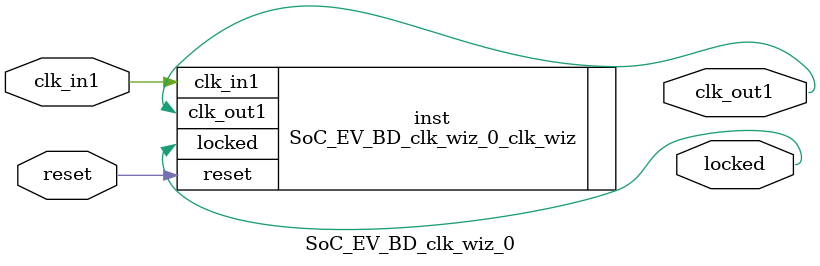
<source format=v>


`timescale 1ps/1ps

(* CORE_GENERATION_INFO = "SoC_EV_BD_clk_wiz_0,clk_wiz_v6_0_16_0_0,{component_name=SoC_EV_BD_clk_wiz_0,use_phase_alignment=true,use_min_o_jitter=false,use_max_i_jitter=false,use_dyn_phase_shift=false,use_inclk_switchover=false,use_dyn_reconfig=false,enable_axi=0,feedback_source=FDBK_AUTO,PRIMITIVE=MMCM,num_out_clk=1,clkin1_period=10.000,clkin2_period=10.000,use_power_down=false,use_reset=true,use_locked=true,use_inclk_stopped=false,feedback_type=SINGLE,CLOCK_MGR_TYPE=NA,manual_override=false}" *)

module SoC_EV_BD_clk_wiz_0 
 (
  // Clock out ports
  output        clk_out1,
  // Status and control signals
  input         reset,
  output        locked,
 // Clock in ports
  input         clk_in1
 );

  SoC_EV_BD_clk_wiz_0_clk_wiz inst
  (
  // Clock out ports  
  .clk_out1(clk_out1),
  // Status and control signals               
  .reset(reset), 
  .locked(locked),
 // Clock in ports
  .clk_in1(clk_in1)
  );

endmodule

</source>
